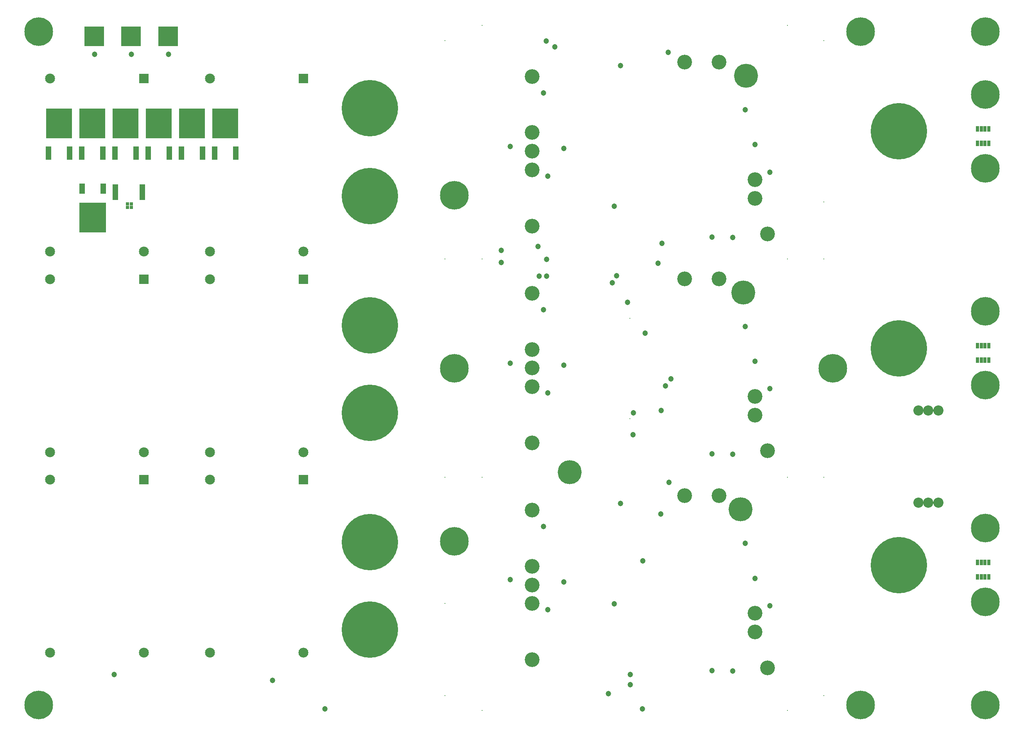
<source format=gbs>
G04*
G04 #@! TF.GenerationSoftware,Altium Limited,Altium Designer,24.9.1 (31)*
G04*
G04 Layer_Color=16711935*
%FSLAX44Y44*%
%MOMM*%
G71*
G04*
G04 #@! TF.SameCoordinates,25B5EA7A-0A89-4A72-9C9E-8463CCD4450D*
G04*
G04*
G04 #@! TF.FilePolarity,Negative*
G04*
G01*
G75*
%ADD55R,0.6532X0.6532*%
%ADD84C,5.2032*%
%ADD85R,0.7032X1.2032*%
%ADD86C,2.2032*%
%ADD87C,0.2032*%
%ADD88R,4.2032X4.2032*%
%ADD89C,6.2032*%
%ADD90C,12.2032*%
%ADD91C,3.2032*%
%ADD92R,2.1500X2.1500*%
%ADD93C,2.1500*%
%ADD109R,5.8000X6.4000*%
%ADD110R,1.2000X2.2000*%
%ADD111R,5.5500X6.5000*%
%ADD112R,1.2500X2.8500*%
%ADD113C,1.2032*%
%ADD114R,1.2532X3.4532*%
D55*
X-1108000Y349000D02*
D03*
Y357000D02*
D03*
X-1099000Y349000D02*
D03*
Y357000D02*
D03*
D84*
X232000Y634200D02*
D03*
X226000Y164200D02*
D03*
X220000Y-305800D02*
D03*
X-150000Y-225000D02*
D03*
D85*
X741000Y-420800D02*
D03*
X757000Y-451800D02*
D03*
X733000D02*
D03*
X741000D02*
D03*
X749000D02*
D03*
X757000Y-420800D02*
D03*
X749000D02*
D03*
X733000D02*
D03*
X741000Y49200D02*
D03*
X757000Y18200D02*
D03*
X733000D02*
D03*
X741000D02*
D03*
X749000D02*
D03*
X757000Y49200D02*
D03*
X749000D02*
D03*
X733000D02*
D03*
X741000Y519200D02*
D03*
X757000Y488200D02*
D03*
X733000D02*
D03*
X741000D02*
D03*
X749000D02*
D03*
X757000Y519200D02*
D03*
X749000D02*
D03*
X733000D02*
D03*
D86*
X605000Y-291300D02*
D03*
X626500D02*
D03*
X605000Y-91300D02*
D03*
X626500D02*
D03*
X648000D02*
D03*
Y-291300D02*
D03*
D87*
X-20000Y-108775D02*
D03*
Y108770D02*
D03*
X-420000Y-509300D02*
D03*
X-340000Y743200D02*
D03*
Y237200D02*
D03*
X321000D02*
D03*
X-340000Y-235800D02*
D03*
Y-741800D02*
D03*
X321000D02*
D03*
Y-235800D02*
D03*
Y743200D02*
D03*
X400000Y360700D02*
D03*
X-420000Y-709300D02*
D03*
X400000D02*
D03*
X-420000Y-236000D02*
D03*
X400000D02*
D03*
X-420000Y237400D02*
D03*
X400000D02*
D03*
X-420000Y710700D02*
D03*
X400000D02*
D03*
D88*
X-1180000Y720000D02*
D03*
X-1100000D02*
D03*
X-1020000D02*
D03*
D89*
X480000Y-730000D02*
D03*
Y730000D02*
D03*
X750000Y593700D02*
D03*
Y433700D02*
D03*
Y-36300D02*
D03*
Y123700D02*
D03*
Y-346300D02*
D03*
Y-506300D02*
D03*
Y-730000D02*
D03*
Y730000D02*
D03*
X-1300000Y-730000D02*
D03*
Y730000D02*
D03*
X420000Y0D02*
D03*
X-400000D02*
D03*
Y-375000D02*
D03*
Y375000D02*
D03*
D90*
X562500Y513700D02*
D03*
Y43700D02*
D03*
Y-426300D02*
D03*
X-582500Y563700D02*
D03*
Y373700D02*
D03*
Y93700D02*
D03*
Y-96300D02*
D03*
Y-376300D02*
D03*
Y-566300D02*
D03*
D91*
X98500Y664200D02*
D03*
X173500D02*
D03*
X251500Y409200D02*
D03*
Y368700D02*
D03*
X278500Y291200D02*
D03*
X98500Y194200D02*
D03*
X173500D02*
D03*
X251500Y-60800D02*
D03*
Y-101300D02*
D03*
X278500Y-178800D02*
D03*
X98500Y-275800D02*
D03*
X173500D02*
D03*
X278500Y-648800D02*
D03*
X251500Y-530800D02*
D03*
Y-571300D02*
D03*
X-231500Y632700D02*
D03*
Y-39800D02*
D03*
Y41200D02*
D03*
Y470700D02*
D03*
Y511200D02*
D03*
Y430200D02*
D03*
Y308700D02*
D03*
Y162700D02*
D03*
Y-428800D02*
D03*
Y-469300D02*
D03*
Y700D02*
D03*
Y-161300D02*
D03*
Y-631300D02*
D03*
Y-307300D02*
D03*
Y-509800D02*
D03*
D92*
X-1072500Y-241500D02*
D03*
X-726500D02*
D03*
X-1072500Y193500D02*
D03*
X-726500D02*
D03*
X-1072500Y628500D02*
D03*
X-726500D02*
D03*
D93*
X-1072500Y-616500D02*
D03*
X-1275500Y-241500D02*
D03*
Y-616500D02*
D03*
X-726500D02*
D03*
X-929500Y-241500D02*
D03*
Y-616500D02*
D03*
X-1072500Y-181500D02*
D03*
X-1275500Y193500D02*
D03*
Y-181500D02*
D03*
X-726500D02*
D03*
X-929500Y193500D02*
D03*
Y-181500D02*
D03*
X-1072500Y253500D02*
D03*
X-1275500Y628500D02*
D03*
Y253500D02*
D03*
X-726500D02*
D03*
X-929500Y628500D02*
D03*
Y253500D02*
D03*
D109*
X-1183000Y326800D02*
D03*
D110*
X-1160200Y389800D02*
D03*
X-1205800D02*
D03*
D111*
X-968000Y531000D02*
D03*
X-1112000Y530875D02*
D03*
X-1256000D02*
D03*
X-896000Y530875D02*
D03*
X-1040000Y530875D02*
D03*
X-1184000Y530875D02*
D03*
D112*
X-990860Y467000D02*
D03*
X-945140D02*
D03*
X-1134860Y466875D02*
D03*
X-1089140D02*
D03*
X-1278860D02*
D03*
X-1233140D02*
D03*
X-918860Y466875D02*
D03*
X-873140D02*
D03*
X-1062860Y466875D02*
D03*
X-1017140D02*
D03*
X-1206860Y466875D02*
D03*
X-1161140D02*
D03*
D113*
X-200000Y200000D02*
D03*
X-216000D02*
D03*
X-200000Y236000D02*
D03*
X-298000Y256000D02*
D03*
Y230000D02*
D03*
X-219000Y264000D02*
D03*
X-49000Y201000D02*
D03*
X-66000Y-705000D02*
D03*
X7000Y-738000D02*
D03*
X-54000Y-510000D02*
D03*
X65000Y-247000D02*
D03*
X13000Y76000D02*
D03*
X-53500Y351451D02*
D03*
X63000Y685000D02*
D03*
X-12000Y-96000D02*
D03*
X48000Y-91000D02*
D03*
X-19000Y-686000D02*
D03*
X-40000Y656000D02*
D03*
X-58000Y186000D02*
D03*
X47000Y-316000D02*
D03*
X69000Y-23000D02*
D03*
X50000Y271000D02*
D03*
X-25000Y143000D02*
D03*
X57000Y-38000D02*
D03*
X-40000Y-293000D02*
D03*
X-19000Y-664000D02*
D03*
X251000Y485000D02*
D03*
Y15000D02*
D03*
Y-455000D02*
D03*
X-279000Y481000D02*
D03*
Y11000D02*
D03*
Y-458000D02*
D03*
X-198000Y417000D02*
D03*
X158000Y285000D02*
D03*
X-198000Y-53000D02*
D03*
X158000Y-185000D02*
D03*
X-198000Y-523000D02*
D03*
X158000Y-655000D02*
D03*
X-163000Y477000D02*
D03*
X230000Y561000D02*
D03*
X-163000Y7000D02*
D03*
X230000Y91000D02*
D03*
X-163000Y-463000D02*
D03*
X230000Y-379000D02*
D03*
X-207000Y597000D02*
D03*
X203000Y284000D02*
D03*
X-207000Y127000D02*
D03*
X203000Y-186000D02*
D03*
X-207000Y-343000D02*
D03*
X203000Y-656000D02*
D03*
X-182000Y697000D02*
D03*
X-201000Y710000D02*
D03*
X283500Y425000D02*
D03*
Y-44000D02*
D03*
Y-515000D02*
D03*
X-13000Y-144000D02*
D03*
X41000Y228000D02*
D03*
X8000Y-417000D02*
D03*
X-793600Y-676000D02*
D03*
X-680000Y-738000D02*
D03*
X-1179000Y681000D02*
D03*
X-1099000D02*
D03*
X-1019000D02*
D03*
X-1137000Y-664000D02*
D03*
D114*
X-1134000Y382000D02*
D03*
X-1076000D02*
D03*
M02*

</source>
